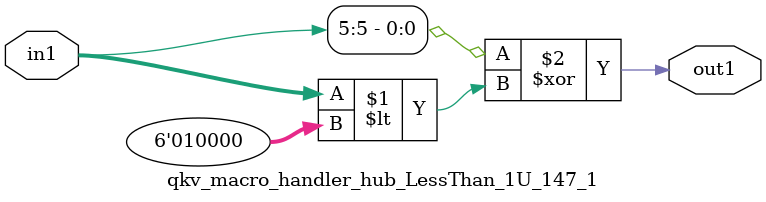
<source format=v>

`timescale 1ps / 1ps


module qkv_macro_handler_hub_LessThan_1U_147_1( in1, out1 );

    input [5:0] in1;
    output out1;

    
    // rtl_process:qkv_macro_handler_hub_LessThan_1U_11_1/qkv_macro_handler_hub_LessThan_1U_11_1_thread_1
    assign out1 = (in1[5] ^ in1 < 6'd16);

endmodule





</source>
